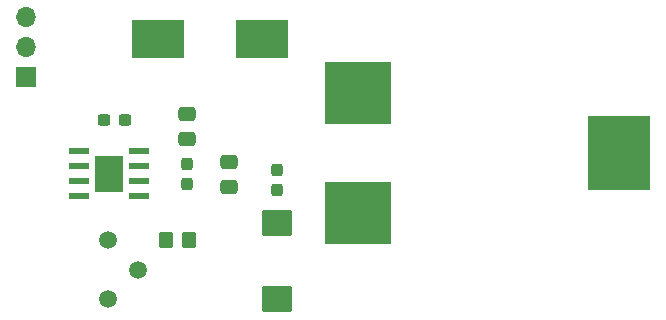
<source format=gts>
G04 #@! TF.GenerationSoftware,KiCad,Pcbnew,(6.0.1)*
G04 #@! TF.CreationDate,2022-04-24T16:37:43-07:00*
G04 #@! TF.ProjectId,Regulator_5V,52656775-6c61-4746-9f72-5f35562e6b69,rev?*
G04 #@! TF.SameCoordinates,Original*
G04 #@! TF.FileFunction,Soldermask,Top*
G04 #@! TF.FilePolarity,Negative*
%FSLAX46Y46*%
G04 Gerber Fmt 4.6, Leading zero omitted, Abs format (unit mm)*
G04 Created by KiCad (PCBNEW (6.0.1)) date 2022-04-24 16:37:43*
%MOMM*%
%LPD*%
G01*
G04 APERTURE LIST*
G04 Aperture macros list*
%AMRoundRect*
0 Rectangle with rounded corners*
0 $1 Rounding radius*
0 $2 $3 $4 $5 $6 $7 $8 $9 X,Y pos of 4 corners*
0 Add a 4 corners polygon primitive as box body*
4,1,4,$2,$3,$4,$5,$6,$7,$8,$9,$2,$3,0*
0 Add four circle primitives for the rounded corners*
1,1,$1+$1,$2,$3*
1,1,$1+$1,$4,$5*
1,1,$1+$1,$6,$7*
1,1,$1+$1,$8,$9*
0 Add four rect primitives between the rounded corners*
20,1,$1+$1,$2,$3,$4,$5,0*
20,1,$1+$1,$4,$5,$6,$7,0*
20,1,$1+$1,$6,$7,$8,$9,0*
20,1,$1+$1,$8,$9,$2,$3,0*%
G04 Aperture macros list end*
%ADD10RoundRect,0.250000X-1.025000X0.875000X-1.025000X-0.875000X1.025000X-0.875000X1.025000X0.875000X0*%
%ADD11RoundRect,0.237500X0.237500X-0.300000X0.237500X0.300000X-0.237500X0.300000X-0.237500X-0.300000X0*%
%ADD12R,1.778000X0.533400*%
%ADD13R,2.400000X3.099999*%
%ADD14RoundRect,0.250000X-0.475000X0.337500X-0.475000X-0.337500X0.475000X-0.337500X0.475000X0.337500X0*%
%ADD15RoundRect,0.250000X0.350000X0.450000X-0.350000X0.450000X-0.350000X-0.450000X0.350000X-0.450000X0*%
%ADD16RoundRect,0.237500X-0.300000X-0.237500X0.300000X-0.237500X0.300000X0.237500X-0.300000X0.237500X0*%
%ADD17R,4.500000X3.300000*%
%ADD18C,1.498600*%
%ADD19RoundRect,0.237500X-0.237500X0.300000X-0.237500X-0.300000X0.237500X-0.300000X0.237500X0.300000X0*%
%ADD20R,5.588000X5.334000*%
%ADD21R,5.283200X6.350000*%
%ADD22R,1.700000X1.700000*%
%ADD23O,1.700000X1.700000*%
%ADD24RoundRect,0.250000X0.475000X-0.337500X0.475000X0.337500X-0.475000X0.337500X-0.475000X-0.337500X0*%
G04 APERTURE END LIST*
D10*
X153500000Y-93820500D03*
X153500000Y-100220500D03*
D11*
X153500000Y-91025000D03*
X153500000Y-89300000D03*
D12*
X136742350Y-87686000D03*
X136742350Y-88956000D03*
X136742350Y-90226000D03*
X136742350Y-91496000D03*
X141873150Y-91496000D03*
X141873150Y-90226000D03*
X141873150Y-88956000D03*
X141873150Y-87686000D03*
D13*
X139307750Y-89591000D03*
D14*
X149436000Y-88617000D03*
X149436000Y-90692000D03*
D15*
X146118000Y-95242500D03*
X144118000Y-95242500D03*
D16*
X138921500Y-85082500D03*
X140646500Y-85082500D03*
D17*
X152228000Y-78232000D03*
X143428000Y-78232000D03*
D18*
X139258500Y-95231500D03*
X141758500Y-97731500D03*
X139258500Y-100231500D03*
D19*
X145880000Y-88792000D03*
X145880000Y-90517000D03*
D20*
X160401000Y-82804000D03*
X160401000Y-92964000D03*
D21*
X182473600Y-87884000D03*
D22*
X132275000Y-81425000D03*
D23*
X132275000Y-78885000D03*
X132275000Y-76345000D03*
D24*
X145880000Y-86628000D03*
X145880000Y-84553000D03*
M02*

</source>
